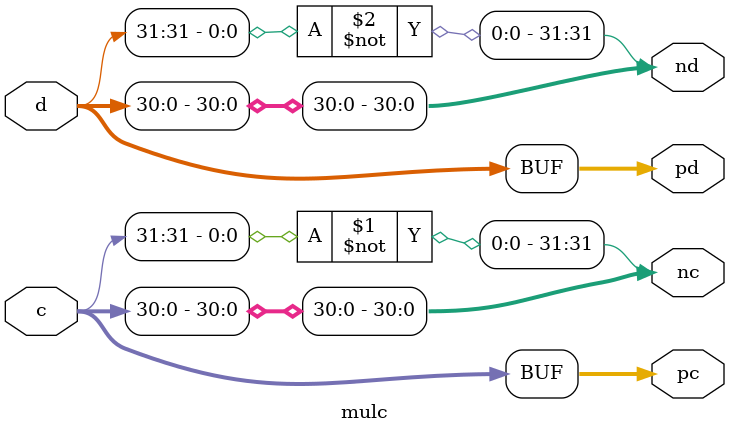
<source format=v>
`timescale 1ns / 1ps
module mulc(
    input [31:0] c,
    input [31:0] d,
    output [31:0] pc,
    output [31:0] pd,
    output [31:0] nc,
    output [31:0] nd
    );

assign pc=c,pd=d;
assign nc[31]=~c[31],nc[30:0]=c[30:0],nd[31]=~d[31],nd[30:0]=d[30:0];
endmodule

</source>
